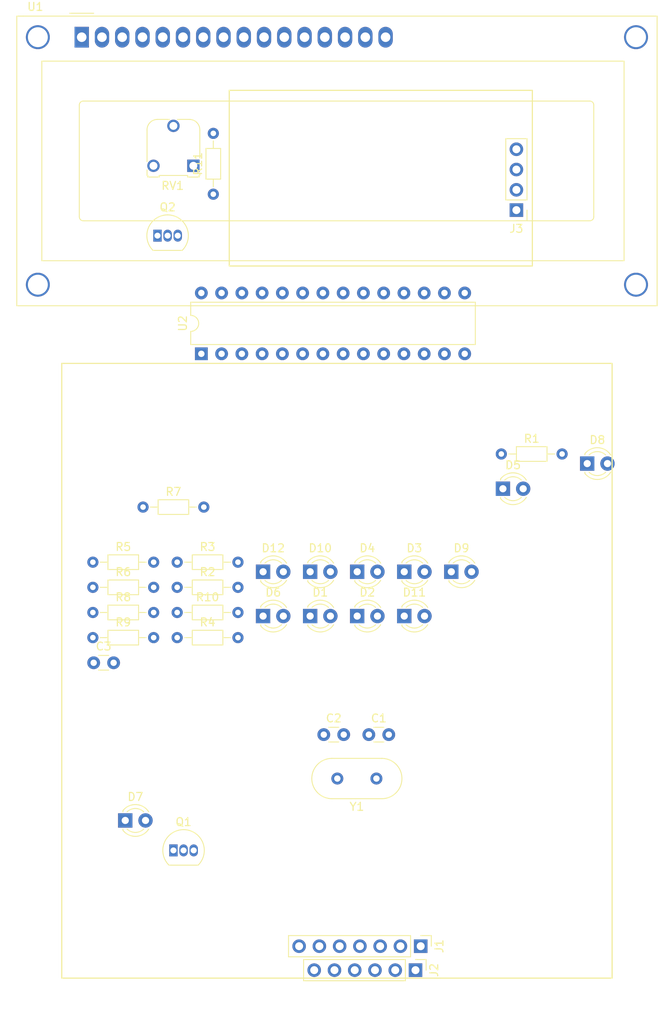
<source format=kicad_pcb>
(kicad_pcb (version 20211014) (generator pcbnew)
  (layers (0 "F.Cu" signal) (31 "B.Cu" signal) (34 "B.Paste" user) (35 "F.Paste" user) (36 "B.SilkS" user "B.Silkscreen") (37 "F.SilkS" user "F.Silkscreen") (38 "B.Mask" user) (39 "F.Mask" user) (44 "Edge.Cuts" user))
  (net 0 "")
  (net 1 "+5V")
  (net 2 "/keypad")
  (net 3 "Net-(D1-Pad1)")
  (net 4 "Net-(D1-Pad2)")
  (net 5 "Net-(D2-Pad1)")
  (net 6 "Net-(D12-Pad1)")
  (net 7 "Net-(D4-Pad1)")
  (net 8 "Net-(D4-Pad2)")
  (net 9 "Net-(D5-Pad1)")
  (net 10 "Net-(D7-Pad1)")
  (net 11 "Net-(D7-Pad2)")
  (net 12 "Net-(D8-Pad1)")
  (net 13 "Net-(D10-Pad1)")
  (net 14 "Net-(D10-Pad2)")
  (net 15 "Net-(D11-Pad1)")
  (net 16 "/keyLight")
  (net 17 "GND")
  (net 18 "VCC")
  (net 19 "/Col2")
  (net 20 "/Col3")
  (net 21 "/row3")
  (net 22 "/row2")
  (net 23 "/row1")
  (net 24 "/backlight")
  (net 25 "/RS")
  (net 26 "/E")
  (net 27 "/d4")
  (net 31 "/X1")
  (net 32 "/X2")
  (net 39 "/L-")
  (net 40 "/L+")
  (net 45 "/contr")
  (net 46 "/d5")
  (net 47 "/d6")
  (net 48 "/d7")
  (net 50 "RX")
  (net 51 "TX")
  (net 52 "reset")
  (net 53 "/backLight")
  (net 54 "/mainLight")
  (net 55 "/d3")
  (net 56 "/d2")
  (net 57 "/d1")
  (net 58 "/SCL")
  (net 59 "/SDA")
  (footprint "Package_TO_SOT_THT:TO-92_Inline" (layer "F.Cu") (at 106 97)
    (fp_text reference "Q2" (at 1.27 -3.56) (layer "F.SilkS"))
    (fp_text value "2N7000")
    (fp_line (start -0.53 1.85) (end 3.07 1.85) (layer "F.SilkS") (width 0.12))
    (fp_arc (start 1.27 -2.6) (mid 3.672087 -0.994977) (end 3.108478 1.838478) (layer "F.SilkS") (width 0.12))
    (fp_arc (start -0.568478 1.838478) (mid -1.132087 -0.994977) (end 1.27 -2.6) (layer "F.SilkS") (width 0.12))
    (pad "1" thru_hole rect locked (at 0 0) (size 1.05 1.5) (drill 0.75) (layers *.Cu *.Mask) (net 17 "GND"))
    (pad "2" thru_hole oval locked (at 1.27 0) (size 1.05 1.5) (drill 0.75) (layers *.Cu *.Mask) (net 24 "/backlight"))
    (pad "3" thru_hole oval locked (at 2.54 0) (size 1.05 1.5) (drill 0.75) (layers *.Cu *.Mask) (net 39 "/L-"))
  )
  (footprint "Resistor_THT:R_Axial_DIN0204_L3.6mm_D1.6mm_P7.62mm_Horizontal" (layer "F.Cu") (at 149.11 124.35)
    (fp_text reference "R1" (at 3.81 -1.92) (layer "F.SilkS"))
    (fp_text value "680R")
    (fp_line (start 5.73 -0.92) (end 1.89 -0.92) (layer "F.SilkS") (width 0.12))
    (fp_line (start 1.89 -0.92) (end 1.89 0.92) (layer "F.SilkS") (width 0.12))
    (fp_line (start 5.73 0.92) (end 5.73 -0.92) (layer "F.SilkS") (width 0.12))
    (fp_line (start 6.68 0) (end 5.73 0) (layer "F.SilkS") (width 0.12))
    (fp_line (start 0.94 0) (end 1.89 0) (layer "F.SilkS") (width 0.12))
    (fp_line (start 1.89 0.92) (end 5.73 0.92) (layer "F.SilkS") (width 0.12))
    (pad "1" thru_hole circle locked (at 0 0) (size 1.4 1.4) (drill 0.7) (layers *.Cu *.Mask) (net 18 "VCC"))
    (pad "2" thru_hole oval locked (at 7.62 0) (size 1.4 1.4) (drill 0.7) (layers *.Cu *.Mask) (net 4 "Net-(D1-Pad2)"))
  )
  (footprint "LED_THT:LED_D3.0mm" (layer "F.Cu") (at 159.88 125.55)
    (fp_text reference "D8" (at 1.27 -2.96) (layer "F.SilkS"))
    (fp_text value "LED")
    (fp_line (start -0.29 1.08) (end -0.29 1.236) (layer "F.SilkS") (width 0.12))
    (fp_line (start -0.29 -1.236) (end -0.29 -1.08) (layer "F.SilkS") (width 0.12))
    (fp_arc (start 2.942335 1.078608) (mid 1.366487 1.987659) (end -0.29 1.235516) (layer "F.SilkS") (width 0.12))
    (fp_arc (start 2.31113 1.079837) (mid 1.270117 1.5) (end 0.229039 1.08) (layer "F.SilkS") (width 0.12))
    (fp_arc (start 0.229039 -1.08) (mid 1.270117 -1.5) (end 2.31113 -1.079837) (layer "F.SilkS") (width 0.12))
    (fp_arc (start -0.29 -1.235516) (mid 1.366487 -1.987659) (end 2.942335 -1.078608) (layer "F.SilkS") (width 0.12))
    (pad "1" thru_hole rect locked (at 0 0) (size 1.8 1.8) (drill 0.9) (layers *.Cu *.Mask) (net 12 "Net-(D8-Pad1)"))
    (pad "2" thru_hole circle locked (at 2.54 0) (size 1.8 1.8) (drill 0.9) (layers *.Cu *.Mask) (net 10 "Net-(D7-Pad1)"))
  )
  (footprint "LED_THT:LED_D3.0mm" (layer "F.Cu") (at 125.14 144.65)
    (fp_text reference "D1" (at 1.27 -2.96) (layer "F.SilkS"))
    (fp_text value "LED")
    (fp_line (start -0.29 1.08) (end -0.29 1.236) (layer "F.SilkS") (width 0.12))
    (fp_line (start -0.29 -1.236) (end -0.29 -1.08) (layer "F.SilkS") (width 0.12))
    (fp_arc (start -0.29 -1.235516) (mid 1.366487 -1.987659) (end 2.942335 -1.078608) (layer "F.SilkS") (width 0.12))
    (fp_arc (start 0.229039 -1.08) (mid 1.270117 -1.5) (end 2.31113 -1.079837) (layer "F.SilkS") (width 0.12))
    (fp_arc (start 2.942335 1.078608) (mid 1.366487 1.987659) (end -0.29 1.235516) (layer "F.SilkS") (width 0.12))
    (fp_arc (start 2.31113 1.079837) (mid 1.270117 1.5) (end 0.229039 1.08) (layer "F.SilkS") (width 0.12))
    (pad "1" thru_hole rect locked (at 0 0) (size 1.8 1.8) (drill 0.9) (layers *.Cu *.Mask) (net 3 "Net-(D1-Pad1)"))
    (pad "2" thru_hole circle locked (at 2.54 0) (size 1.8 1.8) (drill 0.9) (layers *.Cu *.Mask) (net 4 "Net-(D1-Pad2)"))
  )
  (footprint "Resistor_THT:R_Axial_DIN0204_L3.6mm_D1.6mm_P7.62mm_Horizontal" (layer "F.Cu") (at 108.47 141.05)
    (fp_text reference "R2" (at 3.81 -1.92) (layer "F.SilkS"))
    (fp_text value "680R")
    (fp_line (start 0.94 0) (end 1.89 0) (layer "F.SilkS") (width 0.12))
    (fp_line (start 5.73 0.92) (end 5.73 -0.92) (layer "F.SilkS") (width 0.12))
    (fp_line (start 6.68 0) (end 5.73 0) (layer "F.SilkS") (width 0.12))
    (fp_line (start 1.89 0.92) (end 5.73 0.92) (layer "F.SilkS") (width 0.12))
    (fp_line (start 5.73 -0.92) (end 1.89 -0.92) (layer "F.SilkS") (width 0.12))
    (fp_line (start 1.89 -0.92) (end 1.89 0.92) (layer "F.SilkS") (width 0.12))
    (pad "1" thru_hole circle locked (at 0 0) (size 1.4 1.4) (drill 0.7) (layers *.Cu *.Mask) (net 18 "VCC"))
    (pad "2" thru_hole oval locked (at 7.62 0) (size 1.4 1.4) (drill 0.7) (layers *.Cu *.Mask) (net 8 "Net-(D4-Pad2)"))
  )
  (footprint "Capacitor_THT:C_Disc_D3.0mm_W1.6mm_P2.50mm" (layer "F.Cu") (at 98 150.5)
    (fp_text reference "C3" (at 1.25 -2.05) (layer "F.SilkS"))
    (fp_text value "C")
    (fp_line (start 0.621 0.92) (end 1.879 0.92) (layer "F.SilkS") (width 0.12))
    (fp_line (start 0.621 -0.92) (end 1.879 -0.92) (layer "F.SilkS") (width 0.12))
    (pad "1" thru_hole circle locked (at 0 0) (size 1.6 1.6) (drill 0.8) (layers *.Cu *.Mask) (net 1 "+5V"))
    (pad "2" thru_hole circle locked (at 2.5 0) (size 1.6 1.6) (drill 0.8) (layers *.Cu *.Mask) (net 2 "/keypad"))
  )
  (footprint "Capacitor_THT:C_Disc_D3.0mm_W1.6mm_P2.50mm" (layer "F.Cu") (at 132.5 159.5)
    (fp_text reference "C1" (at 1.25 -2.05) (layer "F.SilkS"))
    (fp_text value "C")
    (fp_line (start 0.621 -0.92) (end 1.879 -0.92) (layer "F.SilkS") (width 0.12))
    (fp_line (start 0.621 0.92) (end 1.879 0.92) (layer "F.SilkS") (width 0.12))
    (pad "1" thru_hole circle locked (at 0 0) (size 1.6 1.6) (drill 0.8) (layers *.Cu *.Mask) (net 31 "/X1"))
    (pad "2" thru_hole circle locked (at 2.5 0) (size 1.6 1.6) (drill 0.8) (layers *.Cu *.Mask) (net 17 "GND"))
  )
  (footprint "Resistor_THT:R_Axial_DIN0204_L3.6mm_D1.6mm_P7.62mm_Horizontal" (layer "F.Cu") (at 104.19 131)
    (fp_text reference "R7" (at 3.81 -1.92) (layer "F.SilkS"))
    (fp_text value "220R")
    (fp_line (start 5.73 -0.92) (end 1.89 -0.92) (layer "F.SilkS") (width 0.12))
    (fp_line (start 1.89 0.92) (end 5.73 0.92) (layer "F.SilkS") (width 0.12))
    (fp_line (start 1.89 -0.92) (end 1.89 0.92) (layer "F.SilkS") (width 0.12))
    (fp_line (start 0.94 0) (end 1.89 0) (layer "F.SilkS") (width 0.12))
    (fp_line (start 6.68 0) (end 5.73 0) (layer "F.SilkS") (width 0.12))
    (fp_line (start 5.73 0.92) (end 5.73 -0.92) (layer "F.SilkS") (width 0.12))
    (pad "1" thru_hole circle locked (at 0 0) (size 1.4 1.4) (drill 0.7) (layers *.Cu *.Mask) (net 21 "/row3"))
    (pad "2" thru_hole oval locked (at 7.62 0) (size 1.4 1.4) (drill 0.7) (layers *.Cu *.Mask) (net 22 "/row2"))
  )
  (footprint "LED_THT:LED_D3.0mm" (layer "F.Cu") (at 119.24 144.65)
    (fp_text reference "D6" (at 1.27 -2.96) (layer "F.SilkS"))
    (fp_text value "LED")
    (fp_line (start -0.29 -1.236) (end -0.29 -1.08) (layer "F.SilkS") (width 0.12))
    (fp_line (start -0.29 1.08) (end -0.29 1.236) (layer "F.SilkS") (width 0.12))
    (fp_arc (start 2.942335 1.078608) (mid 1.366487 1.987659) (end -0.29 1.235516) (layer "F.SilkS") (width 0.12))
    (fp_arc (start -0.29 -1.235516) (mid 1.366487 -1.987659) (end 2.942335 -1.078608) (layer "F.SilkS") (width 0.12))
    (fp_arc (start 2.31113 1.079837) (mid 1.270117 1.5) (end 0.229039 1.08) (layer "F.SilkS") (width 0.12))
    (fp_arc (start 0.229039 -1.08) (mid 1.270117 -1.5) (end 2.31113 -1.079837) (layer "F.SilkS") (width 0.12))
    (pad "1" thru_hole rect locked (at 0 0) (size 1.8 1.8) (drill 0.9) (layers *.Cu *.Mask) (net 6 "Net-(D12-Pad1)"))
    (pad "2" thru_hole circle locked (at 2.54 0) (size 1.8 1.8) (drill 0.9) (layers *.Cu *.Mask) (net 9 "Net-(D5-Pad1)"))
  )
  (footprint "Package_DIP:DIP-28_W7.62mm" (layer "F.Cu") (at 111.5 111.8 90)
    (fp_text reference "U2" (at 3.81 -2.33 90) (layer "F.SilkS"))
    (fp_text value "ATmega328-P")
    (fp_line (start 1.16 34.35) (end 6.46 34.35) (layer "F.SilkS") (width 0.12))
    (fp_line (start 1.16 -1.33) (end 1.16 34.35) (layer "F.SilkS") (width 0.12))
    (fp_line (start 6.46 34.35) (end 6.46 -1.33) (layer "F.SilkS") (width 0.12))
    (fp_line (start 2.81 -1.33) (end 1.16 -1.33) (layer "F.SilkS") (width 0.12))
    (fp_line (start 6.46 -1.33) (end 4.81 -1.33) (layer "F.SilkS") (width 0.12))
    (fp_arc (start 4.81 -1.33) (mid 3.81 -0.33) (end 2.81 -1.33) (layer "F.SilkS") (width 0.12))
    (pad "1" thru_hole rect locked (at 0 0 90) (size 1.6 1.6) (drill 0.8) (layers *.Cu *.Mask) (net 52 "reset"))
    (pad "2" thru_hole oval locked (at 0 2.54 90) (size 1.6 1.6) (drill 0.8) (layers *.Cu *.Mask) (net 50 "RX"))
    (pad "3" thru_hole oval locked (at 0 5.08 90) (size 1.6 1.6) (drill 0.8) (layers *.Cu *.Mask) (net 51 "TX"))
    (pad "4" thru_hole oval locked (at 0 7.62 90) (size 1.6 1.6) (drill 0.8) (layers *.Cu *.Mask))
    (pad "5" thru_hole oval locked (at 0 10.16 90) (size 1.6 1.6) (drill 0.8) (layers *.Cu *.Mask) (net 53 "/backLight"))
    (pad "6" thru_hole oval locked (at 0 12.7 90) (size 1.6 1.6) (drill 0.8) (layers *.Cu *.Mask))
    (pad "7" thru_hole oval locked (at 0 15.24 90) (size 1.6 1.6) (drill 0.8) (layers *.Cu *.Mask) (net 1 "+5V"))
    (pad "8" thru_hole oval locked (at 0 17.78 90) (size 1.6 1.6) (drill 0.8) (layers *.Cu *.Mask) (net 17 "GND"))
    (pad "9" thru_hole oval locked (at 0 20.32 90) (size 1.6 1.6) (drill 0.8) (layers *.Cu *.Mask) (net 31 "/X1"))
    (pad "10" thru_hole oval locked (at 0 22.86 90) (size 1.6 1.6) (drill 0.8) (layers *.Cu *.Mask) (net 32 "/X2"))
    (pad "11" thru_hole oval locked (at 0 25.4 90) (size 1.6 1.6) (drill 0.8) (layers *.Cu *.Mask) (net 54 "/mainLight"))
    (pad "12" thru_hole oval locked (at 0 27.94 90) (size 1.6 1.6) (drill 0.8) (layers *.Cu *.Mask) (net 16 "/keyLight"))
    (pad "13" thru_hole oval locked (at 0 30.48 90) (size 1.6 1.6) (drill 0.8) (layers *.Cu *.Mask))
    (pad "14" thru_hole oval locked (at 0 33.02 90) (size 1.6 1.6) (drill 0.8) (layers *.Cu *.Mask) (net 26 "/E"))
    (pad "15" thru_hole oval locked (at 7.62 33.02 90) (size 1.6 1.6) (drill 0.8) (layers *.Cu *.Mask) (net 25 "/RS"))
    (pad "16" thru_hole oval locked (at 7.62 30.48 90) (size 1.6 1.6) (drill 0.8) (layers *.Cu *.Mask) (net 27 "/d4"))
    (pad "17" thru_hole oval locked (at 7.62 27.94 90) (size 1.6 1.6) (drill 0.8) (layers *.Cu *.Mask) (net 55 "/d3"))
    (pad "18" thru_hole oval locked (at 7.62 25.4 90) (size 1.6 1.6) (drill 0.8) (layers *.Cu *.Mask) (net 56 "/d2"))
    (pad "19" thru_hole oval locked (at 7.62 22.86 90) (size 1.6 1.6) (drill 0.8) (layers *.Cu *.Mask) (net 57 "/d1"))
    (pad "20" thru_hole oval locked (at 7.62 20.32 90) (size 1.6 1.6) (drill 0.8) (layers *.Cu *.Mask) (net 1 "+5V"))
    (pad "21" thru_hole oval locked (at 7.62 17.78 90) (size 1.6 1.6) (drill 0.8) (layers *.Cu *.Mask))
    (pad "22" thru_hole oval locked (at 7.62 15.24 90) (size 1.6 1.6) (drill 0.8) (layers *.Cu *.Mask) (net 17 "GND"))
    (pad "23" thru_hole oval locked (at 7.62 12.7 90) (size 1.6 1.6) (drill 0.8) (layers *.Cu *.Mask) (net 2 "/keypad"))
    (pad "24" thru_hole oval locked (at 7.62 10.16 90) (size 1.6 1.6) (drill 0.8) (layers *.Cu *.Mask))
    (pad "25" thru_hole oval locked (at 7.62 7.62 90) (size 1.6 1.6) (drill 0.8) (layers *.Cu *.Mask))
    (pad "26" thru_hole oval locked (at 7.62 5.08 90) (size 1.6 1.6) (drill 0.8) (layers *.Cu *.Mask))
    (pad "27" thru_hole oval locked (at 7.62 2.54 90) (size 1.6 1.6) (drill 0.8) (layers *.Cu *.Mask))
    (pad "28" thru_hole oval locked (at 7.62 0 90) (size 1.6 1.6) (drill 0.8) (layers *.Cu *.Mask))
  )
  (footprint "LED_THT:LED_D3.0mm" (layer "F.Cu") (at 125.14 139.1)
    (fp_text reference "D10" (at 1.27 -2.96) (layer "F.SilkS"))
    (fp_text value "LED")
    (fp_line (start -0.29 1.08) (end -0.29 1.236) (layer "F.SilkS") (width 0.12))
    (fp_line (start -0.29 -1.236) (end -0.29 -1.08) (layer "F.SilkS") (width 0.12))
    (fp_arc (start 2.942335 1.078608) (mid 1.366487 1.987659) (end -0.29 1.235516) (layer "F.SilkS") (width 0.12))
    (fp_arc (start -0.29 -1.235516) (mid 1.366487 -1.987659) (end 2.942335 -1.078608) (layer "F.SilkS") (width 0.12))
    (fp_arc (start 0.229039 -1.08) (mid 1.270117 -1.5) (end 2.31113 -1.079837) (layer "F.SilkS") (width 0.12))
    (fp_arc (start 2.31113 1.079837) (mid 1.270117 1.5) (end 0.229039 1.08) (layer "F.SilkS") (width 0.12))
    (pad "1" thru_hole rect locked (at 0 0) (size 1.8 1.8) (drill 0.9) (layers *.Cu *.Mask) (net 13 "Net-(D10-Pad1)"))
    (pad "2" thru_hole circle locked (at 2.54 0) (size 1.8 1.8) (drill 0.9) (layers *.Cu *.Mask) (net 14 "Net-(D10-Pad2)"))
  )
  (footprint "LED_THT:LED_D3.0mm" (layer "F.Cu") (at 119.24 139.1)
    (fp_text reference "D12" (at 1.27 -2.96) (layer "F.SilkS"))
    (fp_text value "LED")
    (fp_line (start -0.29 1.08) (end -0.29 1.236) (layer "F.SilkS") (width 0.12))
    (fp_line (start -0.29 -1.236) (end -0.29 -1.08) (layer "F.SilkS") (width 0.12))
    (fp_arc (start -0.29 -1.235516) (mid 1.366487 -1.987659) (end 2.942335 -1.078608) (layer "F.SilkS") (width 0.12))
    (fp_arc (start 2.942335 1.078608) (mid 1.366487 1.987659) (end -0.29 1.235516) (layer "F.SilkS") (width 0.12))
    (fp_arc (start 0.229039 -1.08) (mid 1.270117 -1.5) (end 2.31113 -1.079837) (layer "F.SilkS") (width 0.12))
    (fp_arc (start 2.31113 1.079837) (mid 1.270117 1.5) (end 0.229039 1.08) (layer "F.SilkS") (width 0.12))
    (pad "1" thru_hole rect locked (at 0 0) (size 1.8 1.8) (drill 0.9) (layers *.Cu *.Mask) (net 6 "Net-(D12-Pad1)"))
    (pad "2" thru_hole circle locked (at 2.54 0) (size 1.8 1.8) (drill 0.9) (layers *.Cu *.Mask) (net 15 "Net-(D11-Pad1)"))
  )
  (footprint "Resistor_THT:R_Axial_DIN0204_L3.6mm_D1.6mm_P7.62mm_Horizontal" (layer "F.Cu") (at 108.47 147.35)
    (fp_text reference "R4" (at 3.81 -1.92) (layer "F.SilkS"))
    (fp_text value "680R")
    (fp_line (start 1.89 -0.92) (end 1.89 0.92) (layer "F.SilkS") (width 0.12))
    (fp_line (start 0.94 0) (end 1.89 0) (layer "F.SilkS") (width 0.12))
    (fp_line (start 5.73 -0.92) (end 1.89 -0.92) (layer "F.SilkS") (width 0.12))
    (fp_line (start 5.73 0.92) (end 5.73 -0.92) (layer "F.SilkS") (width 0.12))
    (fp_line (start 6.68 0) (end 5.73 0) (layer "F.SilkS") (width 0.12))
    (fp_line (start 1.89 0.92) (end 5.73 0.92) (layer "F.SilkS") (width 0.12))
    (pad "1" thru_hole circle locked (at 0 0) (size 1.4 1.4) (drill 0.7) (layers *.Cu *.Mask) (net 18 "VCC"))
    (pad "2" thru_hole oval locked (at 7.62 0) (size 1.4 1.4) (drill 0.7) (layers *.Cu *.Mask) (net 14 "Net-(D10-Pad2)"))
  )
  (footprint "Resistor_THT:R_Axial_DIN0204_L3.6mm_D1.6mm_P7.62mm_Horizontal" (layer "F.Cu") (at 108.47 144.2)
    (fp_text reference "R10" (at 3.81 -1.92) (layer "F.SilkS"))
    (fp_text value "1000R")
    (fp_line (start 6.68 0) (end 5.73 0) (layer "F.SilkS") (width 0.12))
    (fp_line (start 5.73 0.92) (end 5.73 -0.92) (layer "F.SilkS") (width 0.12))
    (fp_line (start 1.89 -0.92) (end 1.89 0.92) (layer "F.SilkS") (width 0.12))
    (fp_line (start 5.73 -0.92) (end 1.89 -0.92) (layer "F.SilkS") (width 0.12))
    (fp_line (start 1.89 0.92) (end 5.73 0.92) (layer "F.SilkS") (width 0.12))
    (fp_line (start 0.94 0) (end 1.89 0) (layer "F.SilkS") (width 0.12))
    (pad "1" thru_hole circle locked (at 0 0) (size 1.4 1.4) (drill 0.7) (layers *.Cu *.Mask) (net 19 "/Col2"))
    (pad "2" thru_hole oval locked (at 7.62 0) (size 1.4 1.4) (drill 0.7) (layers *.Cu *.Mask) (net 17 "GND"))
  )
  (footprint "LED_THT:LED_D3.0mm" (layer "F.Cu") (at 142.84 139.1)
    (fp_text reference "D9" (at 1.27 -2.96) (layer "F.SilkS"))
    (fp_text value "LED")
    (fp_line (start -0.29 -1.236) (end -0.29 -1.08) (layer "F.SilkS") (width 0.12))
    (fp_line (start -0.29 1.08) (end -0.29 1.236) (layer "F.SilkS") (width 0.12))
    (fp_arc (start 0.229039 -1.08) (mid 1.270117 -1.5) (end 2.31113 -1.079837) (layer "F.SilkS") (width 0.12))
    (fp_arc (start 2.31113 1.079837) (mid 1.270117 1.5) (end 0.229039 1.08) (layer "F.SilkS") (width 0.12))
    (fp_arc (start -0.29 -1.235516) (mid 1.366487 -1.987659) (end 2.942335 -1.078608) (layer "F.SilkS") (width 0.12))
    (fp_arc (start 2.942335 1.078608) (mid 1.366487 1.987659) (end -0.29 1.235516) (layer "F.SilkS") (width 0.12))
    (pad "1" thru_hole rect locked (at 0 0) (size 1.8 1.8) (drill 0.9) (layers *.Cu *.Mask) (net 6 "Net-(D12-Pad1)"))
    (pad "2" thru_hole circle locked (at 2.54 0) (size 1.8 1.8) (drill 0.9) (layers *.Cu *.Mask) (net 12 "Net-(D8-Pad1)"))
  )
  (footprint "Crystal:Crystal_HC18-U_Vertical" (layer "F.Cu") (at 133.45 165 180)
    (fp_text reference "Y1" (at 2.45 -3.525) (layer "F.SilkS"))
    (fp_text value "Crystal")
    (fp_line (start -0.675 2.525) (end 5.575 2.525) (layer "F.SilkS") (width 0.12))
    (fp_line (start -0.675 -2.525) (end 5.575 -2.525) (layer "F.SilkS") (width 0.12))
    (fp_arc (start 5.575 -2.525) (mid 8.1 0) (end 5.575 2.525) (layer "F.SilkS") (width 0.12))
    (fp_arc (start -0.675 2.525) (mid -3.2 0) (end -0.675 -2.525) (layer "F.SilkS") (width 0.12))
    (pad "1" thru_hole circle locked (at 0 0 180) (size 1.5 1.5) (drill 0.8) (layers *.Cu *.Mask) (net 31 "/X1"))
    (pad "2" thru_hole circle locked (at 4.9 0 180) (size 1.5 1.5) (drill 0.8) (layers *.Cu *.Mask) (net 32 "/X2"))
  )
  (footprint "Resistor_THT:R_Axial_DIN0204_L3.6mm_D1.6mm_P7.62mm_Horizontal" (layer "F.Cu") (at 97.9 144.2)
    (fp_text reference "R8" (at 3.81 -1.92) (layer "F.SilkS"))
    (fp_text value "220R")
    (fp_line (start 1.89 0.92) (end 5.73 0.92) (layer "F.SilkS") (width 0.12))
    (fp_line (start 6.68 0) (end 5.73 0) (layer "F.SilkS") (width 0.12))
    (fp_line (start 5.73 -0.92) (end 1.89 -0.92) (layer "F.SilkS") (width 0.12))
    (fp_line (start 1.89 -0.92) (end 1.89 0.92) (layer "F.SilkS") (width 0.12))
    (fp_line (start 5.73 0.92) (end 5.73 -0.92) (layer "F.SilkS") (width 0.12))
    (fp_line (start 0.94 0) (end 1.89 0) (layer "F.SilkS") (width 0.12))
    (pad "1" thru_hole circle locked (at 0 0) (size 1.4 1.4) (drill 0.7) (layers *.Cu *.Mask) (net 22 "/row2"))
    (pad "2" thru_hole oval locked (at 7.62 0) (size 1.4 1.4) (drill 0.7) (layers *.Cu *.Mask) (net 23 "/row1"))
  )
  (footprint "Potentiometer_THT:Potentiometer_Runtron_RM-065_Vertical" (layer "F.Cu") (at 110.5 88.25 180)
    (fp_text reference "RV1" (at 2.6 -2.5) (layer "F.SilkS"))
    (fp_text value "R_Potentiometer")
    (fp_line (start 0.71 -1.21) (end 0.71 -1.41) (layer "F.SilkS") (width 0.12))
    (fp_line (start 0.71 -1.21) (end 4.29 -1.21) (layer "F.SilkS") (width 0.12))
    (fp_line (start 5.81 -1.21) (end 5.81 -0.52) (layer "F.SilkS") (width 0.12))
    (fp_line (start 5.71 -1.21) (end 5.81 -1.21) (layer "F.SilkS") (width 0.12))
    (fp_line (start 4.29 -1.41) (end 5.71 -1.41) (layer "F.SilkS") (width 0.12))
    (fp_line (start -0.71 -1.41) (end 0.71 -1.41) (layer "F.SilkS") (width 0.12))
    (fp_line (start -0.81 -1.21) (end -0.81 -0.96) (layer "F.SilkS") (width 0.12))
    (fp_line (start -0.71 -1.21) (end -0.81 -1.21) (layer "F.SilkS") (width 0.12))
    (fp_line (start -0.81 4.5) (end -0.81 0.96) (layer "F.SilkS") (width 0.12))
    (fp_line (start -0.71 -1.41) (end -0.71 -1.21) (layer "F.SilkS") (width 0.12))
    (fp_line (start 5.81 0.52) (end 5.81 4.5) (layer "F.SilkS") (width 0.12))
    (fp_line (start 5.71 -1.41) (end 5.71 -1.21) (layer "F.SilkS") (width 0.12))
    (fp_line (start 4.5 5.81) (end 3.01 5.81) (layer "F.SilkS") (width 0.12))
    (fp_line (start 4.29 -1.21) (end 4.29 -1.41) (layer "F.SilkS") (width 0.12))
    (fp_line (start 1.99 5.81) (end 0.5 5.81) (layer "F.SilkS") (width 0.12))
    (fp_arc (start 5.81 4.5) (mid 5.42631 5.42631) (end 4.5 5.81) (layer "F.SilkS") (width 0.12))
    (fp_arc (start 0.5 5.81) (mid -0.42631 5.42631) (end -0.81 4.5) (layer "F.SilkS") (width 0.12))
    (pad "1" thru_hole rect locked (at 0 0 180) (size 1.55 1.55) (drill 1) (layers *.Cu *.Mask) (net 17 "GND"))
    (pad "2" thru_hole circle locked (at 2.5 5 180) (size 1.55 1.55) (drill 1) (layers *.Cu *.Mask) (net 45 "/contr"))
    (pad "3" thru_hole circle locked (at 5 0 180) (size 1.55 1.55) (drill 1) (layers *.Cu *.Mask) (net 1 "+5V"))
  )
  (footprint "Connector_PinHeader_2.54mm:PinHeader_1x06_P2.54mm_Vertical" (layer "F.Cu") (at 138.35 189 -90)
    (fp_text reference "J2" (at 0 -2.33 90) (layer "F.SilkS"))
    (fp_text value "Conn_01x06_Male")
    (fp_line (start -1.33 14.03) (end 1.33 14.03) (layer "F.SilkS") (width 0.12))
    (fp_line (start -1.33 1.27) (end -1.33 14.03) (layer "F.SilkS") (width 0.12))
    (fp_line (start -1.33 0) (end -1.33 -1.33) (layer "F.SilkS") (width 0.12))
    (fp_line (start -1.33 -1.33) (end 0 -1.33) (layer "F.SilkS") (width 0.12))
    (fp_line (start 1.33 1.27) (end 1.33 14.03) (layer "F.SilkS") (width 0.12))
    (fp_line (start -1.33 1.27) (end 1.33 1.27) (layer "F.SilkS") (width 0.12))
    (pad "1" thru_hole rect locked (at 0 0 270) (size 1.7 1.7) (drill 1) (layers *.Cu *.Mask) (net 17 "GND"))
    (pad "2" thru_hole oval locked (at 0 2.54 270) (size 1.7 1.7) (drill 1) (layers *.Cu *.Mask))
    (pad "3" thru_hole oval locked (at 0 5.08 270) (size 1.7 1.7) (drill 1) (layers *.Cu *.Mask) (net 18 "VCC"))
    (pad "4" thru_hole oval locked (at 0 7.62 270) (size 1.7 1.7) (drill 1) (layers *.Cu *.Mask) (net 50 "RX"))
    (pad "5" thru_hole oval locked (at 0 10.16 270) (size 1.7 1.7) (drill 1) (layers *.Cu *.Mask) (net 51 "TX"))
    (pad "6" thru_hole oval locked (at 0 12.7 270) (size 1.7 1.7) (drill 1) (layers *.Cu *.Mask) (net 52 "reset"))
  )
  (footprint "Display:WC1602A" (layer "F.Cu") (at 96.5 72.1425)
    (fp_text reference "U1" (at -5.82 -3.81) (layer "F.SilkS"))
    (fp_text value "LCD-016N002L")
    (fp_line (start 68 3) (end 68 28) (layer "F.SilkS") (width 0.12))
    (fp_line (start 72.14 33.64) (end 72.14 -2.64) (layer "F.SilkS") (width 0.12))
    (fp_line (start 68 28) (end -5 28) (layer "F.SilkS") (width 0.12))
    (fp_line (start -8.14 33.64) (end 72.14 33.64) (layer "F.SilkS") (width 0.12))
    (fp_line (start -8.14 -2.64) (end -8.14 33.64) (layer "F.SilkS") (width 0.12))
    (fp_line (start -5 3) (end 68 3) (layer "F.SilkS") (width 0.12))
    (fp_line (start 64.2 8.5) (end 64.2 22.5) (layer "F.SilkS") (width 0.12))
    (fp_line (start 0.2 8) (end 63.7 8) (layer "F.SilkS") (width 0.12))
    (fp_line (start -0.29972 22.49932) (end -0.29972 8.5) (layer "F.SilkS") (width 0.12))
    (fp_line (start -5 28) (end -5 3) (layer "F.SilkS") (width 0.12))
    (fp_line (start -8.13 -2.64) (end -7.34 -2.64) (layer "F.SilkS") (width 0.12))
    (fp_line (start 63.70066 23) (end 0.2 23) (layer "F.SilkS") (width 0.12))
    (fp_line (start 72.14 -2.64) (end -7.34 -2.64) (layer "F.SilkS") (width 0.12))
    (fp_line (start -1.5 -3) (end 1.5 -3) (layer "F.SilkS") (width 0.12))
    (fp_arc (start -0.29972 8.49884) (mid -0.153162 8.145018) (end 0.20066 7.99846) (layer "F.SilkS") (width 0.12))
    (fp_arc (start 63.7 8) (mid 64.053553 8.146447) (end 64.2 8.5) (layer "F.SilkS") (width 0.12))
    (fp_arc (start 64.20104 22.49932) (mid 64.054482 22.853142) (end 63.70066 22.9997) (layer "F.SilkS") (width 0.12))
    (fp_arc (start 0.20066 22.9997) (mid -0.153162 22.853142) (end -0.29972 22.49932) (layer "F.SilkS") (width 0.12))
    (pad "" thru_hole circle locked (at 69.5 0) (size 3 3) (drill 2.5) (layers *.Cu *.Mask))
    (pad "" thru_hole circle locked (at -5.4991 31.0007) (size 3 3) (drill 2.5) (layers *.Cu *.Mask))
    (pad "" thru_hole circle locked (at 69.49948 31.0007) (size 3 3) (drill 2.5) (layers *.Cu *.Mask))
    (pad "" thru_hole circle locked (at -5.4991 0) (size 3 3) (drill 2.5) (layers *.Cu *.Mask))
    (pad "1" thru_hole rect locked (at 0 0) (size 1.8 2.6) (drill 1.2) (layers *.Cu *.Mask) (net 17 "GND"))
    (pad "2" thru_hole oval locked (at 2.54 0) (size 1.8 2.6) (drill 1.2) (layers *.Cu *.Mask) (net 1 "+5V"))
    (pad "3" thru_hole oval locked (at 5.08 0) (size 1.8 2.6) (drill 1.2) (layers *.Cu *.Mask) (net 45 "/contr"))
    (pad "4" thru_hole oval locked (at 7.62 0) (size 1.8 2.6) (drill 1.2) (layers *.Cu *.Mask) (net 25 "/RS"))
    (pad "5" thru_hole oval locked (at 10.16 0) (size 1.8 2.6) (drill 1.2) (layers *.Cu *.Mask) (net 17 "GND"))
    (pad "6" thru_hole oval locked (at 12.7 0) (size 1.8 2.6) (drill 1.2) (layers *.Cu *.Mask) (net 26 "/E"))
    (pad "7" thru_hole oval locked (at 15.24 0) (size 1.8 2.6) (drill 1.2) (layers *.Cu *.Mask))
    (pad "8" thru_hole oval locked (at 17.78 0) (size 1.8 2.6) (drill 1.2) (layers *.Cu *.Mask))
    (pad "9" thru_hole oval locked (at 20.32 0) (size 1.8 2.6) (drill 1.2) (layers *.Cu *.Mask))
    (pad "10" thru_hole oval locked (at 22.86 0) (size 1.8 2.6) (drill 1.2) (layers *.Cu *.Mask))
    (pad "11" thru_hole oval locked (at 25.4 0) (size 1.8 2.6) (drill 1.2) (layers *.Cu *.Mask) (net 27 "/d4"))
    (pad "12" thru_hole oval locked (at 27.94 0) (size 1.8 2.6) (drill 1.2) (layers *.Cu *.Mask) (net 46 "/d5"))
    (pad "13" thru_hole oval locked (at 30.48 0) (size 1.8 2.6) (drill 1.2) (layers *.Cu *.Mask) (net 47 "/d6"))
    (pad "14" thru_hole oval locked (at 33.02 0) (size 1.8 2.6) (drill 1.2) (layers *.Cu *.Mask) (net 48 "/d7"))
    (pad "15" thru_hole oval locked (at 35.56 0) (size 1.8 2.6) (drill 1.2) (layers *.Cu *.Mask) (net 40 "/L+"))
    (pad "16" thru_hole oval locked (at 38.1 0) (size 1.8 2.6) (drill 1.2) (layers *.Cu *.Mask) (net 39 "/L-"))
  )
  (footprint "Connector_PinHeader_2.54mm:PinHeader_1x07_P2.54mm_Vertical" (layer "F.Cu") (at 139 186 -90)
    (fp_text reference "J1" (at 0 -2.33 90) (layer "F.SilkS"))
    (fp_text value "Conn_01x07_Male")
    (fp_line (start -1.33 1.27) (end 1.33 1.27) (layer "F.SilkS") (width 0.12))
    (fp_line (start -1.33 -1.33) (end 0 -1.33) (layer "F.SilkS") (width 0.12))
    (fp_line (start 1.33 1.27) (end 1.33 16.57) (layer "F.SilkS") (width 0.12))
    (fp_line (start -1.33 16.57) (end 1.33 16.57) (layer "F.SilkS") (width 0.12))
    (fp_line (start -1.33 0) (end -1.33 -1.33) (layer "F.SilkS") (width 0.12))
    (fp_line (start -1.33 1.27) (end -1.33 16.57) (layer "F.SilkS") (width 0.12))
    (pad "1" thru_hole rect locked (at 0 0 270) (size 1.7 1.7) (drill 1) (layers *.Cu *.Mask) (net 20 "/Col3"))
    (pad "2" thru_hole oval locked (at 0 2.54 270) (size 1.7 1.7) (drill 1) (layers *.Cu *.Mask) (net 19 "/Col2"))
    (pad "3" thru_hole oval locked (at 0 5.08 270) (size 1.7 1.7) (drill 1) (layers *.Cu *.Mask) (net 17 "GND"))
    (pad "4" thru_hole oval locked (at 0 7.62 270) (size 1.7 1.7) (drill 1) (layers *.Cu *.Mask) (net 23 "/row1"))
    (pad "5" thru_hole oval locked (at 0 10.16 270) (size 1.7 1.7) (drill 1) (layers *.Cu *.Mask) (net 22 "/row2"))
    (pad "6" thru_hole oval locked (at 0 12.7 270) (size 1.7 1.7) (drill 1) (layers *.Cu *.Mask) (net 21 "/row3"))
    (pad "7" thru_hole oval locked (at 0 15.24 270) (size 1.7 1.7) (drill 1) (layers *.Cu *.Mask) (net 2 "/keypad"))
  )
  (footprint "LED_THT:LED_D3.0mm" (layer "F.Cu") (at 149.31 128.7)
    (fp_text reference "D5" (at 1.27 -2.96) (layer "F.SilkS"))
    (fp_text value "LED")
    (fp_line (start -0.29 -1.236) (end -0.29 -1.08) (layer "F.SilkS") (width 0.12))
    (fp_line (start -0.29 1.08) (end -0.29 1.236) (layer "F.SilkS") (width 0.12))
    (fp_arc (start -0.29 -1.235516) (mid 1.366487 -1.987659) (end 2.942335 -1.078608) (layer "F.SilkS") (width 0.12))
    (fp_arc (start 2.942335 1.078608) (mid 1.366487 1.987659) (end -0.29 1.235516) (layer "F.SilkS") (width 0.12))
    (fp_arc (start 2.31113 1.079837) (mid 1.270117 1.5) (end 0.229039 1.08) (layer "F.SilkS") (width 0.12))
    (fp_arc (start 0.229039 -1.08) (mid 1.270117 -1.5) (end 2.31113 -1.079837) (layer "F.SilkS") (width 0.12))
    (pad "1" thru_hole rect locked (at 0 0) (size 1.8 1.8) (drill 0.9) (layers *.Cu *.Mask) (net 9 "Net-(D5-Pad1)"))
    (pad "2" thru_hole circle locked (at 2.54 0) (size 1.8 1.8) (drill 0.9) (layers *.Cu *.Mask) (net 7 "Net-(D4-Pad1)"))
  )
  (footprint "Resistor_THT:R_Axial_DIN0204_L3.6mm_D1.6mm_P7.62mm_Horizontal" (layer "F.Cu") (at 113 91.81 90)
    (fp_text reference "R11" (at 3.81 -1.92 90) (layer "F.SilkS"))
    (fp_text value "R")
    (fp_line (start 1.89 -0.92) (end 1.89 0.92) (layer "F.SilkS") (width 0.12))
    (fp_line (start 1.89 0.92) (end 5.73 0.92) (layer "F.SilkS") (width 0.12))
    (fp_line (start 6.68 0) (end 5.73 0) (layer "F.SilkS") (width 0.12))
    (fp_line (start 5.73 0.92) (end 5.73 -0.92) (layer "F.SilkS") (width 0.12))
    (fp_line (start 5.73 -0.92) (end 1.89 -0.92) (layer "F.SilkS") (width 0.12))
    (fp_line (start 0.94 0) (end 1.89 0) (layer "F.SilkS") (width 0.12))
    (pad "1" thru_hole circle locked (at 0 0 90) (size 1.4 1.4) (drill 0.7) (layers *.Cu *.Mask) (net 40 "/L+"))
    (pad "2" thru_hole oval locked (at 7.62 0 90) (size 1.4 1.4) (drill 0.7) (layers *.Cu *.Mask) (net 1 "+5V"))
  )
  (footprint "Capacitor_THT:C_Disc_D3.0mm_W1.6mm_P2.50mm" (layer "F.Cu") (at 126.85 159.5)
    (fp_text reference "C2" (at 1.25 -2.05) (layer "F.SilkS"))
    (fp_text value "C")
    (fp_line (start 0.621 0.92) (end 1.879 0.92) (layer "F.SilkS") (width 0.12))
    (fp_line (start 0.621 -0.92) (end 1.879 -0.92) (layer "F.SilkS") (width 0.12))
    (pad "1" thru_hole circle locked (at 0 0) (size 1.6 1.6) (drill 0.8) (layers *.Cu *.Mask) (net 32 "/X2"))
    (pad "2" thru_hole circle locked (at 2.5 0) (size 1.6 1.6) (drill 0.8) (layers *.Cu *.Mask) (net 17 "GND"))
  )
  (footprint "LED_THT:LED_D3.0mm" (layer "F.Cu") (at 131.04 139.1)
    (fp_text reference "D4" (at 1.27 -2.96) (layer "F.SilkS"))
    (fp_text value "LED")
    (fp_line (start -0.29 -1.236) (end -0.29 -1.08) (layer "F.SilkS") (width 0.12))
    (fp_line (start -0.29 1.08) (end -0.29 1.236) (layer "F.SilkS") (width 0.12))
    (fp_arc (start 2.31113 1.079837) (mid 1.270117 1.5) (end 0.229039 1.08) (layer "F.SilkS") (width 0.12))
    (fp_arc (start 0.229039 -1.08) (mid 1.270117 -1.5) (end 2.31113 -1.079837) (layer "F.SilkS") (width 0.12))
    (fp_arc (start 2.942335 1.078608) (mid 1.366487 1.987659) (end -0.29 1.235516) (layer "F.SilkS") (width 0.12))
    (fp_arc (start -0.29 -1.235516) (mid 1.366487 -1.987659) (end 2.942335 -1.078608) (layer "F.SilkS") (width 0.12))
    (pad "1" thru_hole rect locked (at 0 0) (size 1.8 1.8) (drill 0.9) (layers *.Cu *.Mask) (net 7 "Net-(D4-Pad1)"))
    (pad "2" thru_hole circle locked (at 2.54 0) (size 1.8 1.8) (drill 0.9) (layers *.Cu *.Mask) (net 8 "Net-(D4-Pad2)"))
  )
  (footprint "Resistor_THT:R_Axial_DIN0204_L3.6mm_D1.6mm_P7.62mm_Horizontal" (layer "F.Cu") (at 97.9 141.05)
    (fp_text reference "R6" (at 3.81 -1.92) (layer "F.SilkS"))
    (fp_text value "220R")
    (fp_line (start 5.73 -0.92) (end 1.89 -0.92) (layer "F.SilkS") (width 0.12))
    (fp_line (start 0.94 0) (end 1.89 0) (layer "F.SilkS") (width 0.12))
    (fp_line (start 1.89 0.92) (end 5.73 0.92) (layer "F.SilkS") (width 0.12))
    (fp_line (start 5.73 0.92) (end 5.73 -0.92) (layer "F.SilkS") (width 0.12))
    (fp_line (start 6.68 0) (end 5.73 0) (layer "F.SilkS") (width 0.12))
    (fp_line (start 1.89 -0.92) (end 1.89 0.92) (layer "F.SilkS") (width 0.12))
    (pad "1" thru_hole circle locked (at 0 0) (size 1.4 1.4) (drill 0.7) (layers *.Cu *.Mask) (net 2 "/keypad"))
    (pad "2" thru_hole oval locked (at 7.62 0) (size 1.4 1.4) (drill 0.7) (layers *.Cu *.Mask) (net 21 "/row3"))
  )
  (footprint "Resistor_THT:R_Axial_DIN0204_L3.6mm_D1.6mm_P7.62mm_Horizontal" (layer "F.Cu") (at 108.47 137.9)
    (fp_text reference "R3" (at 3.81 -1.92) (layer "F.SilkS"))
    (fp_text value "680R")
    (fp_line (start 1.89 -0.92) (end 1.89 0.92) (layer "F.SilkS") (width 0.12))
    (fp_line (start 0.94 0) (end 1.89 0) (layer "F.SilkS") (width 0.12))
    (fp_line (start 1.89 0.92) (end 5.73 0.92) (layer "F.SilkS") (width 0.12))
    (fp_line (start 5.73 -0.92) (end 1.89 -0.92) (layer "F.SilkS") (width 0.12))
    (fp_line (start 5.73 0.92) (end 5.73 -0.92) (layer "F.SilkS") (width 0.12))
    (fp_line (start 6.68 0) (end 5.73 0) (layer "F.SilkS") (width 0.12))
    (pad "1" thru_hole circle locked (at 0 0) (size 1.4 1.4) (drill 0.7) (layers *.Cu *.Mask) (net 18 "VCC"))
    (pad "2" thru_hole oval locked (at 7.62 0) (size 1.4 1.4) (drill 0.7) (layers *.Cu *.Mask) (net 11 "Net-(D7-Pad2)"))
  )
  (footprint "Resistor_THT:R_Axial_DIN0204_L3.6mm_D1.6mm_P7.62mm_Horizontal" (layer "F.Cu") (at 97.9 147.35)
    (fp_text reference "R9" (at 3.81 -1.92) (layer "F.SilkS"))
    (fp_text value "1000R")
    (fp_line (start 1.89 0.92) (end 5.73 0.92) (layer "F.SilkS") (width 0.12))
    (fp_line (start 6.68 0) (end 5.73 0) (layer "F.SilkS") (width 0.12))
    (fp_line (start 1.89 -0.92) (end 1.89 0.92) (layer "F.SilkS") (width 0.12))
    (fp_line (start 0.94 0) (end 1.89 0) (layer "F.SilkS") (width 0.12))
    (fp_line (start 5.73 0.92) (end 5.73 -0.92) (layer "F.SilkS") (width 0.12))
    (fp_line (start 5.73 -0.92) (end 1.89 -0.92) (layer "F.SilkS") (width 0.12))
    (pad "1" thru_hole circle locked (at 0 0) (size 1.4 1.4) (drill 0.7) (layers *.Cu *.Mask) (net 20 "/Col3"))
    (pad "2" thru_hole oval locked (at 7.62 0) (size 1.4 1.4) (drill 0.7) (layers *.Cu *.Mask) (net 19 "/Col2"))
  )
  (footprint "LED_THT:LED_D3.0mm" (layer "F.Cu") (at 131.04 144.65)
    (fp_text reference "D2" (at 1.27 -2.96) (layer "F.SilkS"))
    (fp_text value "LED")
    (fp_line (start -0.29 1.08) (end -0.29 1.236) (layer "F.SilkS") (width 0.12))
    (fp_line (start -0.29 -1.236) (end -0.29 -1.08) (layer "F.SilkS") (width 0.12))
    (fp_arc (start 0.229039 -1.08) (mid 1.270117 -1.5) (end 2.31113 -1.079837) (layer "F.SilkS") (width 0.12))
    (fp_arc (start 2.31113 1.079837) (mid 1.270117 1.5) (end 0.229039 1.08) (layer "F.SilkS") (width 0.12))
    (fp_arc (start 2.942335 1.078608) (mid 1.366487 1.987659) (end -0.29 1.235516) (layer "F.SilkS") (width 0.12))
    (fp_arc (start -0.29 -1.235516) (mid 1.366487 -1.987659) (end 2.942335 -1.078608) (layer "F.SilkS") (width 0.12))
    (pad "1" thru_hole rect locked (at 0 0) (size 1.8 1.8) (drill 0.9) (layers *.Cu *.Mask) (net 5 "Net-(D2-Pad1)"))
    (pad "2" thru_hole circle locked (at 2.54 0) (size 1.8 1.8) (drill 0.9) (layers *.Cu *.Mask) (net 3 "Net-(D1-Pad1)"))
  )
  (footprint "LED_THT:LED_D3.0mm" (layer "F.Cu") (at 136.94 139.1)
    (fp_text reference "D3" (at 1.27 -2.96) (layer "F.SilkS"))
    (fp_text value "LED")
    (fp_line (start -0.29 1.08) (end -0.29 1.236) (layer "F.SilkS") (width 0.12))
    (fp_line (start -0.29 -1.236) (end -0.29 -1.08) (layer "F.SilkS") (width 0.12))
    (fp_arc (start 2.942335 1.078608) (mid 1.366487 1.987659) (end -0.29 1.235516) (layer "F.SilkS") (width 0.12))
    (fp_arc (start 0.229039 -1.08) (mid 1.270117 -1.5) (end 2.31113 -1.079837) (layer "F.SilkS") (width 0.12))
    (fp_arc (start -0.29 -1.235516) (mid 1.366487 -1.987659) (end 2.942335 -1.078608) (layer "F.SilkS") (width 0.12))
    (fp_arc (start 2.31113 1.079837) (mid 1.270117 1.5) (end 0.229039 1.08) (layer "F.SilkS") (width 0.12))
    (pad "1" thru_hole rect locked (at 0 0) (size 1.8 1.8) (drill 0.9) (layers *.Cu *.Mask) (net 6 "Net-(D12-Pad1)"))
    (pad "2" thru_hole circle locked (at 2.54 0) (size 1.8 1.8) (drill 0.9) (layers *.Cu *.Mask) (net 5 "Net-(D2-Pad1)"))
  )
  (footprint "LED_THT:LED_D3.0mm" (layer "F.Cu") (at 101.96 170.25)
    (fp_text reference "D7" (at 1.27 -2.96) (layer "F.SilkS"))
    (fp_text value "LED")
    (fp_line (start -0.29 -1.236) (end -0.29 -1.08) (layer "F.SilkS") (width 0.12))
    (fp_line (start -0.29 1.08) (end -0.29 1.236) (layer "F.SilkS") (width 0.12))
    (fp_arc (start 2.942335 1.078608) (mid 1.366487 1.987659) (end -0.29 1.235516) (layer "F.SilkS") (width 0.12))
    (fp_arc (start 2.31113 1.079837) (mid 1.270117 1.5) (end 0.229039 1.08) (layer "F.SilkS") (width 0.12))
    (fp_arc (start 0.229039 -1.08) (mid 1.270117 -1.5) (end 2.31113 -1.079837) (layer "F.SilkS") (width 0.12))
    (fp_arc (start -0.29 -1.235516) (mid 1.366487 -1.987659) (end 2.942335 -1.078608) (layer "F.SilkS") (width 0.12))
    (pad "1" thru_hole rect locked (at 0 0) (size 1.8 1.8) (drill 0.9) (layers *.Cu *.Mask) (net 10 "Net-(D7-Pad1)"))
    (pad "2" thru_hole circle locked (at 2.54 0) (size 1.8 1.8) (drill 0.9) (layers *.Cu *.Mask) (net 11 "Net-(D7-Pad2)"))
  )
  (footprint "Resistor_THT:R_Axial_DIN0204_L3.6mm_D1.6mm_P7.62mm_Horizontal" (layer "F.Cu") (at 97.9 137.9)
    (fp_text reference "R5" (at 3.81 -1.92) (layer "F.SilkS"))
    (fp_text value "2k2")
    (fp_line (start 1.89 -0.92) (end 1.89 0.92) (layer "F.SilkS") (width 0.12))
    (fp_line (start 1.89 0.92) (end 5.73 0.92) (layer "F.SilkS") (width 0.12))
    (fp_line (start 6.68 0) (end 5.73 0) (layer "F.SilkS") (width 0.12))
    (fp_line (start 0.94 0) (end 1.89 0) (layer "F.SilkS") (width 0.12))
    (fp_line (start 5.73 -0.92) (end 1.89 -0.92) (layer "F.SilkS") (width 0.12))
    (fp_line (start 5.73 0.92) (end 5.73 -0.92) (layer "F.SilkS") (width 0.12))
    (pad "1" thru_hole circle locked (at 0 0) (size 1.4 1.4) (drill 0.7) (layers *.Cu *.Mask) (net 1 "+5V"))
    (pad "2" thru_hole oval locked (at 7.62 0) (size 1.4 1.4) (drill 0.7) (layers *.Cu *.Mask) (net 2 "/keypad"))
  )
  (footprint "Connector_PinHeader_2.54mm:PinHeader_1x04_P2.54mm_Vertical" (layer "F.Cu") (at 151 93.8 180)
    (fp_text reference "J3" (at 0 -2.33) (layer "F.SilkS"))
    (fp_text value "Conn_01x04")
    (fp_line (start -1.33 8.95) (end 1.33 8.95) (layer "F.SilkS") (width 0.12))
    (fp_line (start -1.33 1.27) (end -1.33 8.95) (layer "F.SilkS") (width 0.12))
    (fp_line (start -1.33 1.27) (end 1.33 1.27) (layer "F.SilkS") (width 0.12))
    (fp_line (start -1.33 -1.33) (end 0 -1.33) (layer "F.SilkS") (width 0.12))
    (fp_line (start -1.33 0) (end -1.33 -1.33) (layer "F.SilkS") (width 0.12))
    (fp_line (start 1.33 1.27) (end 1.33 8.95) (layer "F.SilkS") (width 0.12))
    (pad "1" thru_hole rect locked (at 0 0 180) (size 1.7 1.7) (drill 1) (layers *.Cu *.Mask) (net 17 "GND"))
    (pad "2" thru_hole oval locked (at 0 2.54 180) (size 1.7 1.7) (drill 1) (layers *.Cu *.Mask) (net 18 "VCC"))
    (pad "3" thru_hole oval locked (at 0 5.08 180) (size 1.7 1.7) (drill 1) (layers *.Cu *.Mask) (net 59 "/SDA"))
    (pad "4" thru_hole oval locked (at 0 7.62 180) (size 1.7 1.7) (drill 1) (layers *.Cu *.Mask) (net 58 "/SCL"))
  )
  (footprint "Package_TO_SOT_THT:TO-92_Inline" (layer "F.Cu") (at 108 174)
    (fp_text reference "Q1" (at 1.27 -3.56) (layer "F.SilkS"))
    (fp_text value "2N7000")
    (fp_line (start -0.53 1.85) (end 3.07 1.85) (layer "F.SilkS") (width 0.12))
    (fp_arc (start -0.568478 1.838478) (mid -1.132087 -0.994977) (end 1.27 -2.6) (layer "F.SilkS") (width 0.12))
    (fp_arc (start 1.27 -2.6) (mid 3.672087 -0.994977) (end 3.108478 1.838478) (layer "F.SilkS") (width 0.12))
    (pad "1" thru_hole rect locked (at 0 0) (size 1.05 1.5) (drill 0.75) (layers *.Cu *.Mask) (net 17 "GND"))
    (pad "2" thru_hole oval locked (at 1.27 0) (size 1.05 1.5) (drill 0.75) (layers *.Cu *.Mask) (net 16 "/keyLight"))
    (pad "3" thru_hole oval locked (at 2.54 0) (size 1.05 1.5) (drill 0.75) (layers *.Cu *.Mask) (net 6 "Net-(D12-Pad1)"))
  )
  (footprint "LED_THT:LED_D3.0mm" (layer "F.Cu") (at 136.94 144.65)
    (fp_text reference "D11" (at 1.27 -2.96) (layer "F.SilkS"))
    (fp_text value "LED")
    (fp_line (start -0.29 1.08) (end -0.29 1.236) (layer "F.SilkS") (width 0.12))
    (fp_line (start -0.29 -1.236) (end -0.29 -1.08) (layer "F.SilkS") (width 0.12))
    (fp_arc (start 2.942335 1.078608) (mid 1.366487 1.987659) (end -0.29 1.235516) (layer "F.SilkS") (width 0.12))
    (fp_arc (start 2.31113 1.079837) (mid 1.270117 1.5) (end 0.229039 1.08) (layer "F.SilkS") (width 0.12))
    (fp_arc (start -0.29 -1.235516) (mid 1.366487 -1.987659) (end 2.942335 -1.078608) (layer "F.SilkS") (width 0.12))
    (fp_arc (start 0.229039 -1.08) (mid 1.270117 -1.5) (end 2.31113 -1.079837) (layer "F.SilkS") (width 0.12))
    (pad "1" thru_hole rect locked (at 0 0) (size 1.8 1.8) (drill 0.9) (layers *.Cu *.Mask) (net 15 "Net-(D11-Pad1)"))
    (pad "2" thru_hole circle locked (at 2.54 0) (size 1.8 1.8) (drill 0.9) (layers *.Cu *.Mask) (net 13 "Net-(D10-Pad1)"))
  )
  (gr_rect (start 94 113) (end 163 190) (layer "F.SilkS") (width 0.15) (fill none))
  (gr_rect (start 115 78.8) (end 153 100.8) (layer "F.SilkS") (width 0.15) (fill none))
)
</source>
